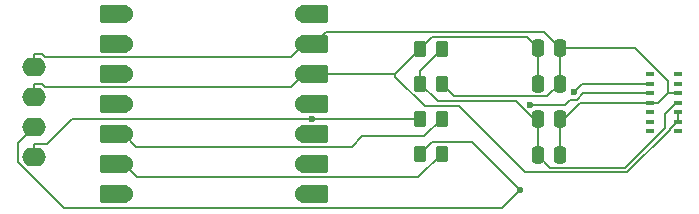
<source format=gbr>
%TF.GenerationSoftware,KiCad,Pcbnew,9.0.3*%
%TF.CreationDate,2025-08-02T21:47:09-04:00*%
%TF.ProjectId,hermes,6865726d-6573-42e6-9b69-6361645f7063,rev?*%
%TF.SameCoordinates,Original*%
%TF.FileFunction,Copper,L1,Top*%
%TF.FilePolarity,Positive*%
%FSLAX46Y46*%
G04 Gerber Fmt 4.6, Leading zero omitted, Abs format (unit mm)*
G04 Created by KiCad (PCBNEW 9.0.3) date 2025-08-02 21:47:09*
%MOMM*%
%LPD*%
G01*
G04 APERTURE LIST*
G04 Aperture macros list*
%AMRoundRect*
0 Rectangle with rounded corners*
0 $1 Rounding radius*
0 $2 $3 $4 $5 $6 $7 $8 $9 X,Y pos of 4 corners*
0 Add a 4 corners polygon primitive as box body*
4,1,4,$2,$3,$4,$5,$6,$7,$8,$9,$2,$3,0*
0 Add four circle primitives for the rounded corners*
1,1,$1+$1,$2,$3*
1,1,$1+$1,$4,$5*
1,1,$1+$1,$6,$7*
1,1,$1+$1,$8,$9*
0 Add four rect primitives between the rounded corners*
20,1,$1+$1,$2,$3,$4,$5,0*
20,1,$1+$1,$4,$5,$6,$7,0*
20,1,$1+$1,$6,$7,$8,$9,0*
20,1,$1+$1,$8,$9,$2,$3,0*%
G04 Aperture macros list end*
%TA.AperFunction,SMDPad,CuDef*%
%ADD10RoundRect,0.250000X-0.262500X-0.450000X0.262500X-0.450000X0.262500X0.450000X-0.262500X0.450000X0*%
%TD*%
%TA.AperFunction,SMDPad,CuDef*%
%ADD11RoundRect,0.152400X1.063600X0.609600X-1.063600X0.609600X-1.063600X-0.609600X1.063600X-0.609600X0*%
%TD*%
%TA.AperFunction,ComponentPad*%
%ADD12C,1.524000*%
%TD*%
%TA.AperFunction,SMDPad,CuDef*%
%ADD13RoundRect,0.152400X-1.063600X-0.609600X1.063600X-0.609600X1.063600X0.609600X-1.063600X0.609600X0*%
%TD*%
%TA.AperFunction,SMDPad,CuDef*%
%ADD14RoundRect,0.250000X-0.250000X-0.475000X0.250000X-0.475000X0.250000X0.475000X-0.250000X0.475000X0*%
%TD*%
%TA.AperFunction,ComponentPad*%
%ADD15O,2.000000X1.600000*%
%TD*%
%TA.AperFunction,SMDPad,CuDef*%
%ADD16RoundRect,0.087500X-0.287500X-0.087500X0.287500X-0.087500X0.287500X0.087500X-0.287500X0.087500X0*%
%TD*%
%TA.AperFunction,ViaPad*%
%ADD17C,0.600000*%
%TD*%
%TA.AperFunction,Conductor*%
%ADD18C,0.200000*%
%TD*%
G04 APERTURE END LIST*
D10*
%TO.P,R5,1*%
%TO.N,SDA*%
X163675000Y-84450000D03*
%TO.P,R5,2*%
%TO.N,Net-(U1-GPIO6{slash}SDA)*%
X165500000Y-84450000D03*
%TD*%
%TO.P,R1,1*%
%TO.N,+3V3*%
X163675000Y-78550000D03*
%TO.P,R1,2*%
%TO.N,+1V8*%
X165500000Y-78550000D03*
%TD*%
D11*
%TO.P,U1,1,GPIO26/ADC0/A0*%
%TO.N,unconnected-(U1-GPIO26{slash}ADC0{slash}A0-Pad1)*%
X137736000Y-75594500D03*
D12*
%TO.N,unconnected-(U1-GPIO26{slash}ADC0{slash}A0-Pad1)_1*%
X138571000Y-75594500D03*
D11*
%TO.P,U1,2,GPIO27/ADC1/A1*%
%TO.N,unconnected-(U1-GPIO27{slash}ADC1{slash}A1-Pad2)_1*%
X137736000Y-78134500D03*
D12*
%TO.N,unconnected-(U1-GPIO27{slash}ADC1{slash}A1-Pad2)*%
X138571000Y-78134500D03*
D11*
%TO.P,U1,3,GPIO28/ADC2/A2*%
%TO.N,unconnected-(U1-GPIO28{slash}ADC2{slash}A2-Pad3)_1*%
X137736000Y-80674500D03*
D12*
%TO.N,unconnected-(U1-GPIO28{slash}ADC2{slash}A2-Pad3)*%
X138571000Y-80674500D03*
D11*
%TO.P,U1,4,GPIO29/ADC3/A3*%
%TO.N,unconnected-(U1-GPIO29{slash}ADC3{slash}A3-Pad4)*%
X137736000Y-83214500D03*
D12*
%TO.N,unconnected-(U1-GPIO29{slash}ADC3{slash}A3-Pad4)_1*%
X138571000Y-83214500D03*
D11*
%TO.P,U1,5,GPIO6/SDA*%
%TO.N,Net-(U1-GPIO6{slash}SDA)*%
X137736000Y-85754500D03*
D12*
X138571000Y-85754500D03*
D11*
%TO.P,U1,6,GPIO7/SCL*%
%TO.N,Net-(U1-GPIO7{slash}SCL)*%
X137736000Y-88294500D03*
D12*
X138571000Y-88294500D03*
D11*
%TO.P,U1,7,GPIO0/TX*%
%TO.N,unconnected-(U1-GPIO0{slash}TX-Pad7)_1*%
X137736000Y-90834500D03*
D12*
%TO.N,unconnected-(U1-GPIO0{slash}TX-Pad7)*%
X138571000Y-90834500D03*
%TO.P,U1,8,GPIO1/RX*%
%TO.N,unconnected-(U1-GPIO1{slash}RX-Pad8)_1*%
X153811000Y-90834500D03*
D13*
%TO.N,unconnected-(U1-GPIO1{slash}RX-Pad8)*%
X154646000Y-90834500D03*
D12*
%TO.P,U1,9,GPIO2/SCK*%
%TO.N,unconnected-(U1-GPIO2{slash}SCK-Pad9)_1*%
X153811000Y-88294500D03*
D13*
%TO.N,unconnected-(U1-GPIO2{slash}SCK-Pad9)*%
X154646000Y-88294500D03*
D12*
%TO.P,U1,10,GPIO4/MISO*%
%TO.N,unconnected-(U1-GPIO4{slash}MISO-Pad10)*%
X153811000Y-85754500D03*
D13*
%TO.N,unconnected-(U1-GPIO4{slash}MISO-Pad10)_1*%
X154646000Y-85754500D03*
D12*
%TO.P,U1,11,GPIO3/MOSI*%
%TO.N,unconnected-(U1-GPIO3{slash}MOSI-Pad11)_1*%
X153811000Y-83214500D03*
D13*
%TO.N,unconnected-(U1-GPIO3{slash}MOSI-Pad11)*%
X154646000Y-83214500D03*
D12*
%TO.P,U1,12,3V3*%
%TO.N,+3V3*%
X153811000Y-80674500D03*
D13*
X154646000Y-80674500D03*
D12*
%TO.P,U1,13,GND*%
%TO.N,GND*%
X153811000Y-78134500D03*
D13*
X154646000Y-78134500D03*
D12*
%TO.P,U1,14,VBUS*%
%TO.N,unconnected-(U1-VBUS-Pad14)_1*%
X153811000Y-75594500D03*
D13*
%TO.N,unconnected-(U1-VBUS-Pad14)*%
X154646000Y-75594500D03*
%TD*%
D14*
%TO.P,C6,1*%
%TO.N,+1V8*%
X173600000Y-87500000D03*
%TO.P,C6,2*%
%TO.N,GND*%
X175500000Y-87500000D03*
%TD*%
D10*
%TO.P,R6,1*%
%TO.N,SCL*%
X163675000Y-87400000D03*
%TO.P,R6,2*%
%TO.N,Net-(U1-GPIO7{slash}SCL)*%
X165500000Y-87400000D03*
%TD*%
D14*
%TO.P,C2,1*%
%TO.N,+3V3*%
X173600000Y-81480000D03*
%TO.P,C2,2*%
%TO.N,GND*%
X175500000Y-81480000D03*
%TD*%
D15*
%TO.P,J1,1,GND*%
%TO.N,GND*%
X130950000Y-80080000D03*
%TO.P,J1,2,VCC*%
%TO.N,+3V3*%
X130950000Y-82620000D03*
%TO.P,J1,3,SCL*%
%TO.N,SCL*%
X130950000Y-85160000D03*
%TO.P,J1,4,SDA*%
%TO.N,SDA*%
X130950000Y-87700000D03*
%TD*%
D14*
%TO.P,C5,1*%
%TO.N,+1V8*%
X173600000Y-84490000D03*
%TO.P,C5,2*%
%TO.N,GND*%
X175500000Y-84490000D03*
%TD*%
D16*
%TO.P,U2,1,NC*%
%TO.N,unconnected-(U2-NC-Pad1)*%
X183100000Y-80700000D03*
%TO.P,U2,2,SCL*%
%TO.N,SCL*%
X183100000Y-81500000D03*
%TO.P,U2,3,SDA*%
%TO.N,SDA*%
X183100000Y-82300000D03*
%TO.P,U2,4,PGND*%
%TO.N,GND*%
X183100000Y-83100000D03*
%TO.P,U2,5,NC*%
%TO.N,unconnected-(U2-NC-Pad5)*%
X183100000Y-83900000D03*
%TO.P,U2,6,NC*%
%TO.N,unconnected-(U2-NC-Pad6)*%
X183100000Y-84700000D03*
%TO.P,U2,7,NC*%
%TO.N,unconnected-(U2-NC-Pad7)*%
X183100000Y-85500000D03*
%TO.P,U2,8,NC*%
%TO.N,unconnected-(U2-NC-Pad8)*%
X185500000Y-85500000D03*
%TO.P,U2,9,VLED+*%
%TO.N,+3V3*%
X185500000Y-84700000D03*
%TO.P,U2,10,VLED+*%
X185500000Y-83900000D03*
%TO.P,U2,11,VDD*%
%TO.N,+1V8*%
X185500000Y-83100000D03*
%TO.P,U2,12,GND*%
%TO.N,GND*%
X185500000Y-82300000D03*
%TO.P,U2,13,~{INT}*%
%TO.N,unconnected-(U2-~{INT}-Pad13)*%
X185500000Y-81500000D03*
%TO.P,U2,14,NC*%
%TO.N,unconnected-(U2-NC-Pad14)*%
X185500000Y-80700000D03*
%TD*%
D14*
%TO.P,C1,1*%
%TO.N,+3V3*%
X173600000Y-78470000D03*
%TO.P,C1,2*%
%TO.N,GND*%
X175500000Y-78470000D03*
%TD*%
D10*
%TO.P,R2,1*%
%TO.N,+1V8*%
X163675000Y-81500000D03*
%TO.P,R2,2*%
%TO.N,GND*%
X165500000Y-81500000D03*
%TD*%
D17*
%TO.N,SDA*%
X154524000Y-84484500D03*
X172962000Y-83271500D03*
%TO.N,SCL*%
X176677000Y-82222000D03*
X172115000Y-90464600D03*
%TD*%
D18*
%TO.N,GND*%
X166557000Y-82556600D02*
X165500000Y-81500000D01*
X175828000Y-84490000D02*
X177218000Y-83100000D01*
X185026000Y-82300000D02*
X185067000Y-82300000D01*
X177218000Y-83100000D02*
X183100000Y-83100000D01*
X175500000Y-78470000D02*
X174165000Y-77135200D01*
X175500000Y-78470000D02*
X175500000Y-81480000D01*
X184634000Y-82300000D02*
X184634000Y-81258100D01*
X154646000Y-78134500D02*
X153811000Y-78134500D01*
X181846000Y-78470000D02*
X175500000Y-78470000D01*
X131854000Y-79225900D02*
X131606400Y-78978300D01*
X175500000Y-87500000D02*
X175500000Y-84490000D01*
X184634000Y-81258100D02*
X181846000Y-78470000D01*
X131606400Y-78978300D02*
X130950000Y-78978300D01*
X130950000Y-80080000D02*
X130950000Y-78978300D01*
X174165000Y-77135200D02*
X155645000Y-77135200D01*
X175500000Y-84490000D02*
X175828000Y-84490000D01*
X175500000Y-81480000D02*
X174423000Y-82556600D01*
X183100000Y-83100000D02*
X183834000Y-83100000D01*
X153265500Y-78680200D02*
X152834400Y-79111500D01*
X185067000Y-82300000D02*
X185500000Y-82300000D01*
X155645000Y-77135200D02*
X154646000Y-78134500D01*
X153811000Y-78134500D02*
X153265500Y-78680200D01*
X183834000Y-83100000D02*
X184634000Y-82300000D01*
X174423000Y-82556600D02*
X166557000Y-82556600D01*
X184634000Y-82300000D02*
X185026000Y-82300000D01*
X152720000Y-79225900D02*
X131854000Y-79225900D01*
X152834400Y-79111500D02*
X152720000Y-79225900D01*
%TO.N,+3V3*%
X153811000Y-80674500D02*
X154646000Y-80674500D01*
X185374000Y-84700000D02*
X185500000Y-84700000D01*
X181153000Y-88994200D02*
X184784000Y-85363000D01*
X164059000Y-83412000D02*
X166919000Y-83412000D01*
X173600000Y-78910500D02*
X173600000Y-78470000D01*
X161550000Y-80674500D02*
X161550000Y-80903500D01*
X130950000Y-82620000D02*
X130950000Y-81518300D01*
X152834400Y-81651500D02*
X153265500Y-81220200D01*
X184784000Y-85363000D02*
X184784000Y-85289900D01*
X172501000Y-88994200D02*
X181153000Y-88994200D01*
X184784000Y-85289900D02*
X185374000Y-84700000D01*
X172674000Y-77544300D02*
X164681000Y-77544300D01*
X173600000Y-81480000D02*
X173600000Y-79975000D01*
X153265500Y-81220200D02*
X153811000Y-80674500D01*
X163675000Y-78550000D02*
X161550000Y-80674500D01*
X185500000Y-84700000D02*
X185500000Y-83900000D01*
X131606400Y-81518300D02*
X130950000Y-81518300D01*
X131854000Y-81765900D02*
X131606400Y-81518300D01*
X161550000Y-80674500D02*
X154646000Y-80674500D01*
X166919000Y-83412000D02*
X172501000Y-88994200D01*
X173600000Y-79975000D02*
X173600000Y-78910500D01*
X173600000Y-78470000D02*
X172674000Y-77544300D01*
X152720000Y-81765900D02*
X131854000Y-81765900D01*
X152720000Y-81765900D02*
X152834400Y-81651500D01*
X164681000Y-77544300D02*
X163675000Y-78550000D01*
X161550000Y-80903500D02*
X164059000Y-83412000D01*
%TO.N,+1V8*%
X184382000Y-84046700D02*
X184382000Y-85195500D01*
X165150000Y-82975000D02*
X171815000Y-82975000D01*
X171815000Y-82975000D02*
X173330000Y-84490000D01*
X185500000Y-83100000D02*
X185329000Y-83100000D01*
X184382000Y-85195500D02*
X180996000Y-88582400D01*
X163675000Y-81500000D02*
X163675000Y-80375000D01*
X185329000Y-83100000D02*
X184382000Y-84046700D01*
X163675000Y-80375000D02*
X165500000Y-78550000D01*
X174682000Y-88582400D02*
X173600000Y-87500000D01*
X163675000Y-81500000D02*
X165150000Y-82975000D01*
X173330000Y-84490000D02*
X173600000Y-84490000D01*
X173600000Y-84490000D02*
X173600000Y-87500000D01*
X180996000Y-88582400D02*
X174682000Y-88582400D01*
%TO.N,SDA*%
X177449000Y-82300100D02*
X177449000Y-82300000D01*
X177449000Y-82300000D02*
X183100000Y-82300000D01*
X134165500Y-84484500D02*
X132051700Y-86598300D01*
X163640000Y-84484500D02*
X163675000Y-84450000D01*
X172962000Y-83271500D02*
X175925000Y-83271500D01*
X176926000Y-82823700D02*
X177449000Y-82300100D01*
X130950000Y-87700000D02*
X130950000Y-86598300D01*
X176372000Y-82823700D02*
X176926000Y-82823700D01*
X132051700Y-86598300D02*
X130950000Y-86598300D01*
X154524000Y-84484500D02*
X163640000Y-84484500D01*
X154524000Y-84484500D02*
X134165500Y-84484500D01*
X175925000Y-83271500D02*
X176372000Y-82823700D01*
%TO.N,SCL*%
X163862000Y-87213300D02*
X163848000Y-87226900D01*
X170595400Y-91984200D02*
X133470500Y-91984200D01*
X129595500Y-88109200D02*
X129595500Y-86514500D01*
X177399000Y-81500000D02*
X176677000Y-82222000D01*
X163675000Y-87400000D02*
X163862000Y-87213300D01*
X176677000Y-82222000D02*
X177399000Y-81500000D01*
X177399000Y-81500000D02*
X183100000Y-81500000D01*
X163862000Y-87213300D02*
X164678000Y-86397000D01*
X168048000Y-86397000D02*
X172115000Y-90464600D01*
X172115000Y-90464600D02*
X168048000Y-86397000D01*
X164678000Y-86397000D02*
X168048000Y-86397000D01*
X168048000Y-86397000D02*
X172115000Y-90464600D01*
X133470500Y-91984200D02*
X129595500Y-88109200D01*
X176677000Y-82222000D02*
X177399000Y-81500000D01*
X172115000Y-90464600D02*
X170595400Y-91984200D01*
X129595500Y-86514500D02*
X130950000Y-85160000D01*
%TO.N,Net-(U1-GPIO6{slash}SDA)*%
X164025000Y-85925000D02*
X158764000Y-85925000D01*
X157863000Y-86825200D02*
X139642000Y-86825200D01*
X139642000Y-86825200D02*
X138571000Y-85754500D01*
X165500000Y-84450000D02*
X164025000Y-85925000D01*
X137736000Y-85754500D02*
X138571000Y-85754500D01*
X158764000Y-85925000D02*
X157863000Y-86825200D01*
%TO.N,Net-(U1-GPIO7{slash}SCL)*%
X163494000Y-89405500D02*
X139682000Y-89405500D01*
X138571000Y-88294500D02*
X137736000Y-88294500D01*
X165500000Y-87400000D02*
X163494000Y-89405500D01*
X139682000Y-89405500D02*
X138571000Y-88294500D01*
%TD*%
M02*

</source>
